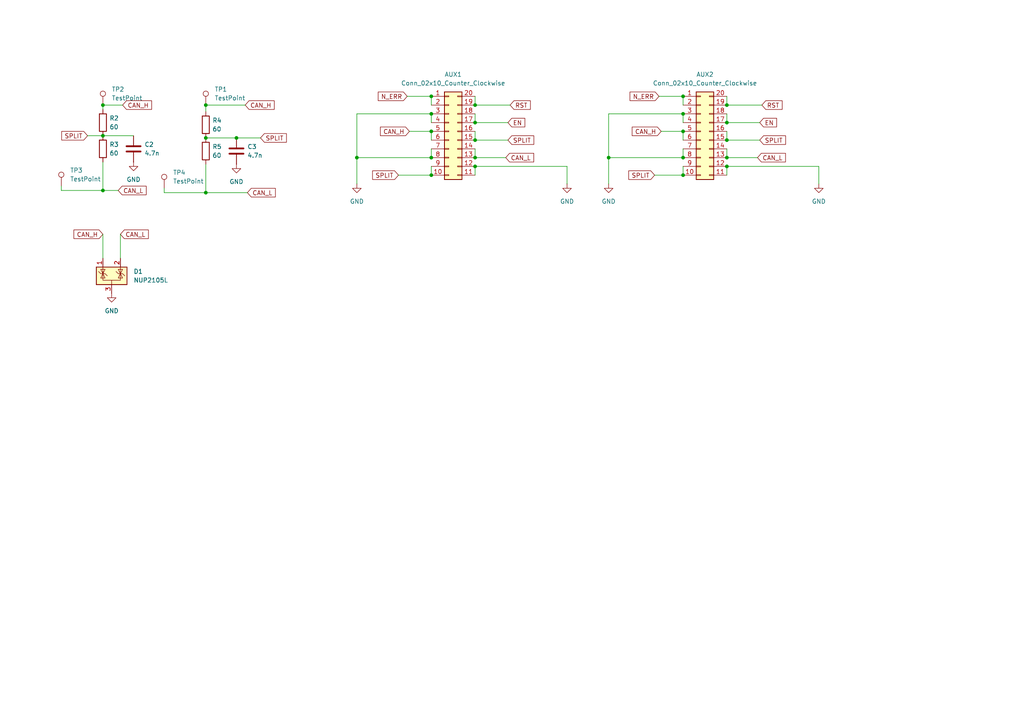
<source format=kicad_sch>
(kicad_sch (version 20231120) (generator "eeschema") (generator_version "8.0")
  (paper "A4")
  (lib_symbols
    (symbol "Connector:TestPoint" (pin_numbers hide) (pin_names (offset 0.762) hide)
      (property "Reference" "TP" (at 0 6.858 0))
      (property "Value" "TestPoint" (at 0 5.08 0))
      (symbol "TestPoint_0_1"
        (circle (center 0 3.302) (radius 0.762))
      )
      (symbol "TestPoint_1_1"
        (pin passive line (at 0 0 90) (length 2.54) (name "1") (number "1"))
      )
    )
    (symbol "Connector_Generic:Conn_02x10_Counter_Clockwise" (pin_names (offset 1.016) hide)
      (property "Reference" "J" (at 1.27 12.7 0))
      (property "Value" "Conn_02x10_Counter_Clockwise" (at 1.27 -15.24 0))
      (symbol "Conn_02x10_Counter_Clockwise_1_1"
        (rectangle (start -1.27 -12.573) (end 0 -12.827) (stroke (width 0.1524)))
        (rectangle (start -1.27 -10.033) (end 0 -10.287) (stroke (width 0.1524)))
        (rectangle (start -1.27 -7.493) (end 0 -7.747) (stroke (width 0.1524)))
        (rectangle (start -1.27 -4.953) (end 0 -5.207) (stroke (width 0.1524)))
        (rectangle (start -1.27 -2.413) (end 0 -2.667) (stroke (width 0.1524)))
        (rectangle (start -1.27 0.127) (end 0 -0.127) (stroke (width 0.1524)))
        (rectangle (start -1.27 2.667) (end 0 2.413) (stroke (width 0.1524)))
        (rectangle (start -1.27 5.207) (end 0 4.953) (stroke (width 0.1524)))
        (rectangle (start -1.27 7.747) (end 0 7.493) (stroke (width 0.1524)))
        (rectangle (start -1.27 10.287) (end 0 10.033) (stroke (width 0.1524)))
        (rectangle (start -1.27 11.43) (end 3.81 -13.97) (stroke (width 0.254)) (fill (type background)))
        (rectangle (start 3.81 -12.573) (end 2.54 -12.827) (stroke (width 0.1524)))
        (rectangle (start 3.81 -10.033) (end 2.54 -10.287) (stroke (width 0.1524)))
        (rectangle (start 3.81 -7.493) (end 2.54 -7.747) (stroke (width 0.1524)))
        (rectangle (start 3.81 -4.953) (end 2.54 -5.207) (stroke (width 0.1524)))
        (rectangle (start 3.81 -2.413) (end 2.54 -2.667) (stroke (width 0.1524)))
        (rectangle (start 3.81 0.127) (end 2.54 -0.127) (stroke (width 0.1524)))
        (rectangle (start 3.81 2.667) (end 2.54 2.413) (stroke (width 0.1524)))
        (rectangle (start 3.81 5.207) (end 2.54 4.953) (stroke (width 0.1524)))
        (rectangle (start 3.81 7.747) (end 2.54 7.493) (stroke (width 0.1524)))
        (rectangle (start 3.81 10.287) (end 2.54 10.033) (stroke (width 0.1524)))
        (pin passive line (at -5.08 10.16 0) (length 3.81) (name "Pin_1") (number "1"))
        (pin passive line (at -5.08 -12.7 0) (length 3.81) (name "Pin_10") (number "10"))
        (pin passive line (at 7.62 -12.7 180) (length 3.81) (name "Pin_11") (number "11"))
        (pin passive line (at 7.62 -10.16 180) (length 3.81) (name "Pin_12") (number "12"))
        (pin passive line (at 7.62 -7.62 180) (length 3.81) (name "Pin_13") (number "13"))
        (pin passive line (at 7.62 -5.08 180) (length 3.81) (name "Pin_14") (number "14"))
        (pin passive line (at 7.62 -2.54 180) (length 3.81) (name "Pin_15") (number "15"))
        (pin passive line (at 7.62 0 180) (length 3.81) (name "Pin_16") (number "16"))
        (pin passive line (at 7.62 2.54 180) (length 3.81) (name "Pin_17") (number "17"))
        (pin passive line (at 7.62 5.08 180) (length 3.81) (name "Pin_18") (number "18"))
        (pin passive line (at 7.62 7.62 180) (length 3.81) (name "Pin_19") (number "19"))
        (pin passive line (at -5.08 7.62 0) (length 3.81) (name "Pin_2") (number "2"))
        (pin passive line (at 7.62 10.16 180) (length 3.81) (name "Pin_20") (number "20"))
        (pin passive line (at -5.08 5.08 0) (length 3.81) (name "Pin_3") (number "3"))
        (pin passive line (at -5.08 2.54 0) (length 3.81) (name "Pin_4") (number "4"))
        (pin passive line (at -5.08 0 0) (length 3.81) (name "Pin_5") (number "5"))
        (pin passive line (at -5.08 -2.54 0) (length 3.81) (name "Pin_6") (number "6"))
        (pin passive line (at -5.08 -5.08 0) (length 3.81) (name "Pin_7") (number "7"))
        (pin passive line (at -5.08 -7.62 0) (length 3.81) (name "Pin_8") (number "8"))
        (pin passive line (at -5.08 -10.16 0) (length 3.81) (name "Pin_9") (number "9"))
      )
    )
    (symbol "Device:C" (pin_numbers hide) (pin_names (offset 0.254))
      (property "Reference" "C" (at 0.635 2.54 0))
      (property "Value" "C" (at 0.635 -2.54 0))
      (symbol "C_0_1"
        (polyline (pts (xy -2.032 -0.762) (xy 2.032 -0.762)) (stroke (width 0.508)))
        (polyline (pts (xy -2.032 0.762) (xy 2.032 0.762)) (stroke (width 0.508)))
      )
      (symbol "C_1_1"
        (pin passive line (at 0 3.81 270) (length 2.794) (name "~") (number "1"))
        (pin passive line (at 0 -3.81 90) (length 2.794) (name "~") (number "2"))
      )
    )
    (symbol "Device:R" (pin_numbers hide) (pin_names (offset 0))
      (property "Reference" "R" (at 2.032 0 90))
      (property "Value" "R" (at 0 0 90))
      (symbol "R_0_1"
        (rectangle (start -1.016 -2.54) (end 1.016 2.54) (stroke (width 0.254)))
      )
      (symbol "R_1_1"
        (pin passive line (at 0 3.81 270) (length 1.27) (name "~") (number "1"))
        (pin passive line (at 0 -3.81 90) (length 1.27) (name "~") (number "2"))
      )
    )
    (symbol "Power_Protection:NUP2105L" (pin_names hide)
      (property "Reference" "D" (at 5.715 2.54 0))
      (property "Value" "NUP2105L" (at 5.715 0.635 0))
      (symbol "NUP2105L_0_0"
        (pin passive line (at 0 -5.08 90) (length 2.54) (name "A") (number "3"))
      )
      (symbol "NUP2105L_0_1"
        (rectangle (start -4.445 2.54) (end 4.445 -2.54) (stroke (width 0.254)) (fill (type background)))
        (polyline (pts (xy -2.54 2.54) (xy -2.54 0.635)))
        (polyline (pts (xy 0 -1.27) (xy 0 -2.54)))
        (polyline (pts (xy 2.54 2.54) (xy 2.54 0.635)))
        (polyline (pts (xy -3.81 1.27) (xy -3.175 0.635) (xy -1.905 0.635) (xy -1.27 0)))
        (polyline (pts (xy -2.54 0.635) (xy -2.54 -1.27) (xy 2.54 -1.27) (xy 2.54 0.635)))
        (polyline (pts (xy -2.54 0.635) (xy -1.905 -0.635) (xy -3.175 -0.635) (xy -2.54 0.635)))
        (polyline (pts (xy 2.54 0.635) (xy 1.905 -0.635) (xy 3.175 -0.635) (xy 2.54 0.635)))
        (polyline (pts (xy 2.54 0.635) (xy 3.175 1.905) (xy 1.905 1.905) (xy 2.54 0.635)))
        (polyline (pts (xy -2.54 0.635) (xy -3.175 1.905) (xy -1.905 1.905) (xy -2.54 0.635) (xy -2.54 1.27)))
        (polyline (pts (xy 1.27 1.27) (xy 1.905 0.635) (xy 2.54 0.635) (xy 3.175 0.635) (xy 3.81 0)))
      )
      (symbol "NUP2105L_1_1"
        (pin passive line (at -2.54 5.08 270) (length 2.54) (name "K") (number "1"))
        (pin passive line (at 2.54 5.08 270) (length 2.54) (name "K") (number "2"))
      )
    )
    (symbol "power:GND" (power) (pin_numbers hide) (pin_names (offset 0) hide)
      (property "Value" "GND" (at 0 -3.81 0))
      (symbol "GND_0_1"
        (polyline (pts (xy 0 0) (xy 0 -1.27) (xy 1.27 -1.27) (xy 0 -2.54) (xy -1.27 -1.27) (xy 0 -1.27)))
      )
      (symbol "GND_1_1"
        (pin power_in line (at 0 0 270) (length 0) (name "~") (number "1"))
      )
    )
  )
  (junction (at 59.69 30.48))
  (junction (at 210.82 40.64))
  (junction (at 198.12 38.1))
  (junction (at 210.82 30.48))
  (junction (at 210.82 45.72))
  (junction (at 198.12 27.94))
  (junction (at 59.69 40.005))
  (junction (at 29.845 55.245))
  (junction (at 198.12 50.8))
  (junction (at 103.505 45.72))
  (junction (at 125.095 45.72))
  (junction (at 137.795 30.48))
  (junction (at 137.795 35.56))
  (junction (at 125.095 50.8))
  (junction (at 198.12 45.72))
  (junction (at 210.82 48.26))
  (junction (at 198.12 33.02))
  (junction (at 125.095 33.02))
  (junction (at 176.53 45.72))
  (junction (at 125.095 27.94))
  (junction (at 137.795 40.64))
  (junction (at 59.69 55.88))
  (junction (at 29.845 30.48))
  (junction (at 68.58 40.005))
  (junction (at 29.845 39.37))
  (junction (at 210.82 35.56))
  (junction (at 137.795 48.26))
  (junction (at 125.095 38.1))
  (junction (at 137.795 45.72))
  (wire (pts (xy 29.845 31.75) (xy 29.845 30.48)))
  (wire (pts (xy 176.53 45.72) (xy 198.12 45.72)))
  (wire (pts (xy 210.82 33.02) (xy 210.82 35.56)))
  (wire (pts (xy 115.57 50.8) (xy 125.095 50.8)))
  (wire (pts (xy 210.82 27.94) (xy 210.82 30.48)))
  (wire (pts (xy 198.12 48.26) (xy 198.12 50.8)))
  (wire (pts (xy 237.49 48.26) (xy 237.49 53.34)))
  (wire (pts (xy 103.505 33.02) (xy 125.095 33.02)))
  (wire (pts (xy 25.4 39.37) (xy 29.845 39.37)))
  (wire (pts (xy 125.095 38.1) (xy 125.095 40.64)))
  (wire (pts (xy 47.625 54.61) (xy 47.625 55.88)))
  (wire (pts (xy 17.78 55.245) (xy 29.845 55.245)))
  (wire (pts (xy 137.795 35.56) (xy 147.32 35.56)))
  (wire (pts (xy 137.795 48.26) (xy 137.795 50.8)))
  (wire (pts (xy 118.11 27.94) (xy 125.095 27.94)))
  (wire (pts (xy 210.82 48.26) (xy 237.49 48.26)))
  (wire (pts (xy 137.795 38.1) (xy 137.795 40.64)))
  (wire (pts (xy 71.755 55.88) (xy 59.69 55.88)))
  (wire (pts (xy 137.795 33.02) (xy 137.795 35.56)))
  (wire (pts (xy 137.795 48.26) (xy 164.465 48.26)))
  (wire (pts (xy 198.12 38.1) (xy 198.12 40.64)))
  (wire (pts (xy 59.69 40.005) (xy 68.58 40.005)))
  (wire (pts (xy 176.53 33.02) (xy 176.53 45.72)))
  (wire (pts (xy 125.095 43.18) (xy 125.095 45.72)))
  (wire (pts (xy 125.095 27.94) (xy 125.095 30.48)))
  (wire (pts (xy 198.12 27.94) (xy 198.12 30.48)))
  (wire (pts (xy 103.505 45.72) (xy 125.095 45.72)))
  (wire (pts (xy 198.12 33.02) (xy 198.12 35.56)))
  (wire (pts (xy 59.69 55.88) (xy 59.69 47.625)))
  (wire (pts (xy 118.745 38.1) (xy 125.095 38.1)))
  (wire (pts (xy 191.135 27.94) (xy 198.12 27.94)))
  (wire (pts (xy 29.845 30.48) (xy 35.56 30.48)))
  (wire (pts (xy 17.78 53.975) (xy 17.78 55.245)))
  (wire (pts (xy 103.505 45.72) (xy 103.505 53.34)))
  (wire (pts (xy 29.845 67.945) (xy 29.845 74.93)))
  (wire (pts (xy 59.69 30.48) (xy 71.12 30.48)))
  (wire (pts (xy 210.82 35.56) (xy 220.345 35.56)))
  (wire (pts (xy 210.82 38.1) (xy 210.82 40.64)))
  (wire (pts (xy 176.53 45.72) (xy 176.53 53.34)))
  (wire (pts (xy 29.845 55.245) (xy 29.845 46.99)))
  (wire (pts (xy 47.625 55.88) (xy 59.69 55.88)))
  (wire (pts (xy 59.69 32.385) (xy 59.69 30.48)))
  (wire (pts (xy 137.795 30.48) (xy 147.955 30.48)))
  (wire (pts (xy 137.795 43.18) (xy 137.795 45.72)))
  (wire (pts (xy 34.925 67.945) (xy 34.925 74.93)))
  (wire (pts (xy 210.82 45.72) (xy 219.71 45.72)))
  (wire (pts (xy 125.095 48.26) (xy 125.095 50.8)))
  (wire (pts (xy 210.82 48.26) (xy 210.82 50.8)))
  (wire (pts (xy 210.82 43.18) (xy 210.82 45.72)))
  (wire (pts (xy 29.845 39.37) (xy 38.735 39.37)))
  (wire (pts (xy 103.505 33.02) (xy 103.505 45.72)))
  (wire (pts (xy 176.53 33.02) (xy 198.12 33.02)))
  (wire (pts (xy 137.795 45.72) (xy 146.685 45.72)))
  (wire (pts (xy 68.58 40.005) (xy 75.565 40.005)))
  (wire (pts (xy 189.865 50.8) (xy 198.12 50.8)))
  (wire (pts (xy 210.82 40.64) (xy 220.345 40.64)))
  (wire (pts (xy 198.12 43.18) (xy 198.12 45.72)))
  (wire (pts (xy 137.795 27.94) (xy 137.795 30.48)))
  (wire (pts (xy 164.465 48.26) (xy 164.465 53.34)))
  (wire (pts (xy 191.77 38.1) (xy 198.12 38.1)))
  (wire (pts (xy 137.795 40.64) (xy 147.32 40.64)))
  (wire (pts (xy 34.29 55.245) (xy 29.845 55.245)))
  (wire (pts (xy 125.095 33.02) (xy 125.095 35.56)))
  (wire (pts (xy 210.82 30.48) (xy 220.98 30.48)))
  (global_label "SPLIT" (shape input) (at 25.4 39.37 180) (property "Intersheetrefs" "${INTERSHEET_REFS}" (effects (hide yes))))
  (global_label "N_ERR" (shape input) (at 118.11 27.94 180) (property "Intersheetrefs" "${INTERSHEET_REFS}" (effects (hide yes))))
  (global_label "CAN_H" (shape input) (at 118.745 38.1 180) (property "Intersheetrefs" "${INTERSHEET_REFS}" (effects (hide yes))))
  (global_label "SPLIT" (shape input) (at 189.865 50.8 180) (property "Intersheetrefs" "${INTERSHEET_REFS}" (effects (hide yes))))
  (global_label "EN" (shape input) (at 147.32 35.56 0) (property "Intersheetrefs" "${INTERSHEET_REFS}" (effects (hide yes))))
  (global_label "SPLIT" (shape input) (at 147.32 40.64 0) (property "Intersheetrefs" "${INTERSHEET_REFS}" (effects (hide yes))))
  (global_label "CAN_L" (shape input) (at 146.685 45.72 0) (property "Intersheetrefs" "${INTERSHEET_REFS}" (effects (hide yes))))
  (global_label "CAN_H" (shape input) (at 35.56 30.48 0) (property "Intersheetrefs" "${INTERSHEET_REFS}" (effects (hide yes))))
  (global_label "SPLIT" (shape input) (at 115.57 50.8 180) (property "Intersheetrefs" "${INTERSHEET_REFS}" (effects (hide yes))))
  (global_label "RST" (shape input) (at 220.98 30.48 0) (property "Intersheetrefs" "${INTERSHEET_REFS}" (effects (hide yes))))
  (global_label "RST" (shape input) (at 147.955 30.48 0) (property "Intersheetrefs" "${INTERSHEET_REFS}" (effects (hide yes))))
  (global_label "CAN_L" (shape input) (at 71.755 55.88 0) (property "Intersheetrefs" "${INTERSHEET_REFS}" (effects (hide yes))))
  (global_label "CAN_H" (shape input) (at 71.12 30.48 0) (property "Intersheetrefs" "${INTERSHEET_REFS}" (effects (hide yes))))
  (global_label "SPLIT" (shape input) (at 75.565 40.005 0) (property "Intersheetrefs" "${INTERSHEET_REFS}" (effects (hide yes))))
  (global_label "N_ERR" (shape input) (at 191.135 27.94 180) (property "Intersheetrefs" "${INTERSHEET_REFS}" (effects (hide yes))))
  (global_label "CAN_L" (shape input) (at 219.71 45.72 0) (property "Intersheetrefs" "${INTERSHEET_REFS}" (effects (hide yes))))
  (global_label "EN" (shape input) (at 220.345 35.56 0) (property "Intersheetrefs" "${INTERSHEET_REFS}" (effects (hide yes))))
  (global_label "CAN_L" (shape input) (at 34.29 55.245 0) (property "Intersheetrefs" "${INTERSHEET_REFS}" (effects (hide yes))))
  (global_label "SPLIT" (shape input) (at 220.345 40.64 0) (property "Intersheetrefs" "${INTERSHEET_REFS}" (effects (hide yes))))
  (global_label "CAN_H" (shape input) (at 191.77 38.1 180) (property "Intersheetrefs" "${INTERSHEET_REFS}" (effects (hide yes))))
  (global_label "CAN_H" (shape input) (at 29.845 67.945 180) (property "Intersheetrefs" "${INTERSHEET_REFS}" (effects (hide yes))))
  (global_label "CAN_L" (shape input) (at 34.925 67.945 0) (property "Intersheetrefs" "${INTERSHEET_REFS}" (effects (hide yes))))
  (symbol (lib_id "Device:R") (at 29.845 43.18 0) (unit 1)
    (property "Reference" "R3" (at 31.75 41.9099 0) (effects (justify left)))
    (property "Value" "60" (at 31.75 44.4499 0) (effects (justify left)))
    (property "Footprint" "Resistor_SMD:R_0805_2012Metric_Pad1.20x1.40mm_HandSolder" (effects (hide yes)))
    (property "Description" "Resistor" (effects (hide yes)))
  )
  (symbol (lib_id "Power_Protection:NUP2105L") (at 32.385 80.01 0) (unit 1)
    (property "Reference" "D1" (at 38.735 78.7399 0) (effects (justify left)))
    (property "Value" "NUP2105L" (at 38.735 81.2799 0) (effects (justify left)))
    (property "Footprint" "Package_TO_SOT_SMD:SOT-23" (effects (hide yes)))
    (property "Datasheet" "https://www.onsemi.com/pub_link/Collateral/NUP2105L-D.PDF" (effects (hide yes)))
    (property "Description" "Dual Line CAN Bus Protector, 24Vrwm" (effects (hide yes)))
  )
  (symbol (lib_id "Connector:TestPoint") (at 17.78 53.975 0) (unit 1)
    (property "Reference" "TP3" (at 20.32 49.4029 0) (effects (justify left)))
    (property "Value" "TestPoint" (at 20.32 51.9429 0) (effects (justify left)))
    (property "Footprint" "TestPoint:TestPoint_Pad_D2.0mm" (effects (hide yes)))
    (property "Description" "test point" (effects (hide yes)))
  )
  (symbol (lib_id "Device:R") (at 29.845 35.56 0) (unit 1)
    (property "Reference" "R2" (at 31.75 34.2899 0) (effects (justify left)))
    (property "Value" "60" (at 31.75 36.8299 0) (effects (justify left)))
    (property "Footprint" "Resistor_SMD:R_0805_2012Metric_Pad1.20x1.40mm_HandSolder" (effects (hide yes)))
    (property "Description" "Resistor" (effects (hide yes)))
  )
  (symbol (lib_id "power:GND") (at 176.53 53.34 0) (unit 1)
    (property "Reference" "#PWR023" (effects (hide yes)))
    (property "Value" "GND" (at 176.53 58.42 0))
    (property "Description" "Power symbol creates a global label with name \"GND\" , ground" (effects (hide yes)))
  )
  (symbol (lib_id "power:GND") (at 164.465 53.34 0) (unit 1)
    (property "Reference" "#PWR025" (effects (hide yes)))
    (property "Value" "GND" (at 164.465 58.42 0))
    (property "Description" "Power symbol creates a global label with name \"GND\" , ground" (effects (hide yes)))
  )
  (symbol (lib_id "power:GND") (at 32.385 85.09 0) (unit 1)
    (property "Reference" "#PWR027" (effects (hide yes)))
    (property "Value" "GND" (at 32.385 90.17 0))
    (property "Description" "Power symbol creates a global label with name \"GND\" , ground" (effects (hide yes)))
  )
  (symbol (lib_id "Device:C") (at 38.735 43.18 0) (unit 1)
    (property "Reference" "C2" (at 41.91 41.9099 0) (effects (justify left)))
    (property "Value" "4.7n" (at 41.91 44.4499 0) (effects (justify left)))
    (property "Footprint" "Capacitor_SMD:C_0805_2012Metric_Pad1.18x1.45mm_HandSolder" (effects (hide yes)))
    (property "Description" "Unpolarized capacitor" (effects (hide yes)))
  )
  (symbol (lib_id "Device:R") (at 59.69 43.815 0) (unit 1)
    (property "Reference" "R5" (at 61.595 42.5449 0) (effects (justify left)))
    (property "Value" "60" (at 61.595 45.0849 0) (effects (justify left)))
    (property "Footprint" "Resistor_SMD:R_0805_2012Metric_Pad1.20x1.40mm_HandSolder" (effects (hide yes)))
    (property "Description" "Resistor" (effects (hide yes)))
  )
  (symbol (lib_id "Device:R") (at 59.69 36.195 0) (unit 1)
    (property "Reference" "R4" (at 61.595 34.9249 0) (effects (justify left)))
    (property "Value" "60" (at 61.595 37.4649 0) (effects (justify left)))
    (property "Footprint" "Resistor_SMD:R_0805_2012Metric_Pad1.20x1.40mm_HandSolder" (effects (hide yes)))
    (property "Description" "Resistor" (effects (hide yes)))
  )
  (symbol (lib_id "power:GND") (at 237.49 53.34 0) (unit 1)
    (property "Reference" "#PWR024" (effects (hide yes)))
    (property "Value" "GND" (at 237.49 58.42 0))
    (property "Description" "Power symbol creates a global label with name \"GND\" , ground" (effects (hide yes)))
  )
  (symbol (lib_id "power:GND") (at 103.505 53.34 0) (unit 1)
    (property "Reference" "#PWR022" (effects (hide yes)))
    (property "Value" "GND" (at 103.505 58.42 0))
    (property "Description" "Power symbol creates a global label with name \"GND\" , ground" (effects (hide yes)))
  )
  (symbol (lib_id "Connector_Generic:Conn_02x10_Counter_Clockwise") (at 130.175 38.1 0) (unit 1)
    (property "Reference" "AUX1" (at 131.445 21.59 0))
    (property "Value" "Conn_02x10_Counter_Clockwise" (at 131.445 24.13 0))
    (property "Footprint" "Connector_IDC:IDC-Header_2x10_P2.54mm_Vertical" (effects (hide yes)))
    (property "Description" "Generic connector, double row, 02x10, counter clockwise pin numbering scheme (similar to DIP package numbering), script generated (kicad-library-utils/schlib/autogen/connector/)" (effects (hide yes)))
  )
  (symbol (lib_id "Connector_Generic:Conn_02x10_Counter_Clockwise") (at 203.2 38.1 0) (unit 1)
    (property "Reference" "AUX2" (at 204.47 21.59 0))
    (property "Value" "Conn_02x10_Counter_Clockwise" (at 204.47 24.13 0))
    (property "Footprint" "Connector_IDC:IDC-Header_2x10_P2.54mm_Vertical" (effects (hide yes)))
    (property "Description" "Generic connector, double row, 02x10, counter clockwise pin numbering scheme (similar to DIP package numbering), script generated (kicad-library-utils/schlib/autogen/connector/)" (effects (hide yes)))
  )
  (symbol (lib_id "Connector:TestPoint") (at 29.845 30.48 0) (unit 1)
    (property "Reference" "TP2" (at 32.385 25.9079 0) (effects (justify left)))
    (property "Value" "TestPoint" (at 32.385 28.4479 0) (effects (justify left)))
    (property "Footprint" "TestPoint:TestPoint_Pad_D2.0mm" (effects (hide yes)))
    (property "Description" "test point" (effects (hide yes)))
  )
  (symbol (lib_id "Connector:TestPoint") (at 59.69 30.48 0) (unit 1)
    (property "Reference" "TP1" (at 62.23 25.9079 0) (effects (justify left)))
    (property "Value" "TestPoint" (at 62.23 28.4479 0) (effects (justify left)))
    (property "Footprint" "TestPoint:TestPoint_Pad_D2.0mm" (effects (hide yes)))
    (property "Description" "test point" (effects (hide yes)))
  )
  (symbol (lib_id "power:GND") (at 68.58 47.625 0) (unit 1)
    (property "Reference" "#PWR07" (effects (hide yes)))
    (property "Value" "GND" (at 68.58 52.705 0))
    (property "Description" "Power symbol creates a global label with name \"GND\" , ground" (effects (hide yes)))
  )
  (symbol (lib_id "power:GND") (at 38.735 46.99 0) (unit 1)
    (property "Reference" "#PWR06" (effects (hide yes)))
    (property "Value" "GND" (at 38.735 52.07 0))
    (property "Description" "Power symbol creates a global label with name \"GND\" , ground" (effects (hide yes)))
  )
  (symbol (lib_id "Device:C") (at 68.58 43.815 0) (unit 1)
    (property "Reference" "C3" (at 71.755 42.5449 0) (effects (justify left)))
    (property "Value" "4.7n" (at 71.755 45.0849 0) (effects (justify left)))
    (property "Footprint" "Capacitor_SMD:C_0805_2012Metric_Pad1.18x1.45mm_HandSolder" (effects (hide yes)))
    (property "Description" "Unpolarized capacitor" (effects (hide yes)))
  )
  (symbol (lib_id "Connector:TestPoint") (at 47.625 54.61 0) (unit 1)
    (property "Reference" "TP4" (at 50.165 50.0379 0) (effects (justify left)))
    (property "Value" "TestPoint" (at 50.165 52.5779 0) (effects (justify left)))
    (property "Footprint" "TestPoint:TestPoint_Pad_D2.0mm" (effects (hide yes)))
    (property "Description" "test point" (effects (hide yes)))
  )
)
</source>
